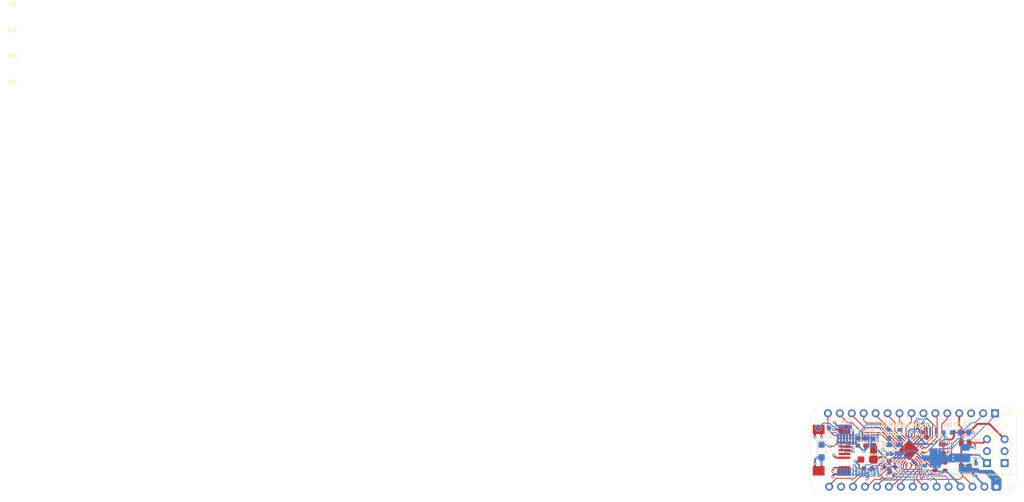
<source format=kicad_pcb>
(kicad_pcb (version 20241229) (generator "pcbnew") (generator_version "9.0")
  (layers (0 "F.Cu" signal) (4 "In1.Cu" signal) (6 "In2.Cu" signal) (2 "B.Cu" signal) (13 "F.Paste" user) (15 "B.Paste" user) (5 "F.SilkS" user "F.Silkscreen") (7 "B.SilkS" user "B.Silkscreen") (1 "F.Mask" user) (3 "B.Mask" user) (25 "Edge.Cuts" user))
  (property "BOARD_NAME" "Arduino Nano from Scratch")
  (property "COMPANY" "sebastiansebs.com")
  (property "DESIGNER" "Sebastian Silva")
  (property "DOC_TYPE" "Fabrication")
  (property "PROJECT_NAME" "Arduino Nano")
  (property "RELEASE_DATE" "6/5/2025")
  (property "REVIEWER" "")
  (property "REVISION" "#1")
  (property "VARIANT" "Final Version")
  (net 0 "")
  (net 1 "GND")
  (net 2 "+5V")
  (net 3 "AREF")
  (net 4 "VCC")
  (net 5 "VBUS")
  (net 6 "RESET")
  (net 7 "Net-(U3-RTS)")
  (net 8 "+3.3V")
  (net 9 "Net-(D1-A)")
  (net 10 "Net-(D2-A)")
  (net 11 "Net-(D4-K)")
  (net 12 "Net-(D5-K)")
  (net 13 "Net-(J1-VBUS)")
  (net 15 "Net-(J1-D-)")
  (net 16 "Net-(J1-D+)")
  (net 17 "A3")
  (net 18 "A1")
  (net 19 "D13{slash}SCK")
  (net 20 "A6")
  (net 21 "A2")
  (net 22 "A5")
  (net 23 "A7")
  (net 24 "A4")
  (net 25 "A0")
  (net 26 "D0{slash}RX")
  (net 27 "D12{slash}MISO")
  (net 28 "D11{slash}MOSI")
  (net 29 "D2")
  (net 30 "D8")
  (net 31 "D1{slash}TX")
  (net 32 "D9")
  (net 33 "D3")
  (net 34 "D4")
  (net 35 "D5")
  (net 36 "D7")
  (net 37 "D10")
  (net 38 "D6")
  (net 39 "RX")
  (net 40 "TX")
  (net 41 "Net-(U3-CBUS0)")
  (net 42 "Net-(U3-CBUS1)")
  (net 43 "XTAL2")
  (net 44 "XTAL1")
  (footprint "Capacitor_SMD:C_0603_1608Metric" (layer "F.Cu") (at 188.251992 97 -135)
    (property "Reference" "C3")
    (property "Value" "1u" (hide yes))
  )
  (footprint "Capacitor_SMD:C_0603_1608Metric" (layer "F.Cu") (at 189.5 98.1 -135)
    (property "Reference" "C4")
    (property "Value" "100n" (hide yes))
  )
  (footprint "Resistor_SMD:R_0603_1608Metric" (layer "F.Cu") (at 203.375 90.2)
    (property "Reference" "R1")
    (property "Value" "1k" (hide yes))
  )
  (footprint "MountingHole:MountingHole_2mm" (layer "F.Cu") (at 2.275 2.275)
    (property "Reference" "H1")
    (property "Value" "1.6mm")
  )
  (footprint "Resistor_SMD:R_0603_1608Metric" (layer "F.Cu") (at 184.25 97.9 180)
    (property "Reference" "R4")
    (property "Value" "1k" (hide yes))
  )
  (footprint "Resistor_SMD:R_0603_1608Metric" (layer "F.Cu") (at 198.5 97.525 -90)
    (property "Reference" "R3")
    (property "Value" "1k" (hide yes))
  )
  (footprint "MountingHole:MountingHole_2mm" (layer "F.Cu") (at 2.275 13.375)
    (property "Reference" "H3")
    (property "Value" "1.6mm")
  )
  (footprint "MountingHole:MountingHole_2mm" (layer "F.Cu") (at 2.275 7.825)
    (property "Reference" "H2")
    (property "Value" "1.6mm")
  )
  (footprint "Diode_SMD:D_MicroSMP_AK" (layer "F.Cu") (at 185.5 92.62 90)
    (property "Reference" "D3")
    (property "Value" "Diode" (hide yes))
  )
  (footprint "Button_Switch_SMD:Panasonic_EVQPUK_EVQPUB" (layer "F.Cu") (at 205 95 90)
    (property "Reference" "SW1")
    (property "Value" "SW_Push")
  )
  (footprint "Capacitor_SMD:C_0603_1608Metric" (layer "F.Cu") (at 183.75 92.225 -90)
    (property "Reference" "C10")
    (property "Value" "100n" (hide yes))
  )
  (footprint "Resistor_SMD:R_0603_1608Metric" (layer "F.Cu") (at 200.7 97.5 -90)
    (property "Reference" "R2")
    (property "Value" "1k" (hide yes))
  )
  (footprint "Connector_PinSocket_2.54mm:PinSocket_1x15_P2.54mm_Vertical" (layer "F.Cu") (at 211.6 101.77 -90)
    (property "Reference" "J2")
    (property "Value" "Conn_01x15_Pin" (hide yes))
  )
  (footprint "MountingHole:MountingHole_2mm" (layer "F.Cu") (at 2.275 18.925)
    (property "Reference" "H4")
    (property "Value" "1.6mm")
  )
  (footprint "Capacitor_Tantalum_SMD:CP_EIA-3216-10_Kemet-I" (layer "F.Cu") (at 184.15 96 180)
    (property "Reference" "C2")
    (property "Value" "4u7_16V" (hide yes))
  )
  (footprint "Connector_PinHeader_2.54mm:PinHeader_1x03_P2.54mm_Vertical" (layer "F.Cu") (at 213.36 96.75 180)
    (property "Reference" "J7")
    (property "Value" "Conn_01x03_Pin" (hide yes))
  )
  (footprint "Connector_PinSocket_2.54mm:PinSocket_1x15_P2.54mm_Vertical" (layer "F.Cu") (at 211.32 86.15 -90)
    (property "Reference" "J4")
    (property "Value" "Conn_01x15_Pin" (hide yes))
  )
  (footprint "Connector_USB:USB_Mini-B_Wuerth_65100516121_Horizontal" (layer "F.Cu") (at 176.7 94 -90)
    (property "Reference" "J1")
    (property "Value" "USB_B_Mini" (hide yes))
  )
  (footprint "Package_DFN_QFN:QFN-32-1EP_5x5mm_P0.5mm_EP3.1x3.1mm" (layer "F.Cu") (at 193 94 -135)
    (property "Reference" "U1")
    (property "Value" "ATmega328P-M" (hide yes))
  )
  (footprint "Capacitor_SMD:C_0603_1608Metric" (layer "F.Cu") (at 196.25 90.75 135)
    (property "Reference" "C1")
    (property "Value" "1u" (hide yes))
  )
  (footprint "Diode_SMD:D_0603_1608Metric" (layer "F.Cu") (at 182.15 92.2375 -90)
    (property "Reference" "F1")
    (property "Value" "0603" (hide yes))
  )
  (footprint "LED_SMD:LED_0805_2012Metric" (layer "F.Cu") (at 200.1 93.7 -90)
    (property "Reference" "D1")
    (property "Value" "Yellow" (hide yes))
  )
  (footprint "Connector_PinHeader_2.54mm:PinHeader_1x03_P2.54mm_Vertical" (layer "F.Cu") (at 209.6 96.75 180)
    (property "Reference" "J6")
    (property "Value" "Conn_01x03_Pin" (hide yes))
  )
  (footprint "Capacitor_SMD:C_0603_1608Metric" (layer "B.Cu") (at 189.4 98.7 -45)
    (property "Reference" "C8")
    (property "Value" "100n" (hide yes))
  )
  (footprint "Resistor_SMD:R_0603_1608Metric" (layer "B.Cu") (at 191 90.5 -90)
    (property "Reference" "R6")
    (property "Value" "1k" (hide yes))
  )
  (footprint "Package_TO_SOT_SMD:SOT-223-3_TabPin2" (layer "B.Cu") (at 201.8 95.7 180)
    (property "Reference" "U2")
    (property "Value" "LM1117MP-5.0" (hide yes))
  )
  (footprint "TestPoint:TestPoint_Pad_D1.0mm" (layer "B.Cu") (at 173.75 89.25 180)
    (property "Reference" "TP2" (hide yes))
    (property "Value" "TestPoint_Small" (hide yes))
  )
  (footprint "TestPoint:TestPoint_Pad_D1.0mm" (layer "B.Cu") (at 176 89.25 180)
    (property "Reference" "TP1" (hide yes))
    (property "Value" "TestPoint_Small" (hide yes))
  )
  (footprint "LED_SMD:LED_0805_2012Metric" (layer "B.Cu") (at 204.75 90.25 180)
    (property "Reference" "D2")
    (property "Value" "Green" (hide yes))
  )
  (footprint "Resistor_SMD:R_0603_1608Metric" (layer "B.Cu") (at 188.75 90.5 -90)
    (property "Reference" "R7")
    (property "Value" "1k" (hide yes))
  )
  (footprint "LED_SMD:LED_0805_2012Metric" (layer "B.Cu") (at 191 93.8 -90)
    (property "Reference" "D4")
    (property "Value" "Red" (hide yes))
  )
  (footprint "Capacitor_Tantalum_SMD:CP_EIA-3216-10_Kemet-I" (layer "B.Cu") (at 174.4 94.2 -90)
    (property "Reference" "C7")
    (property "Value" "4u7_16V" (hide yes))
  )
  (footprint "Package_SO:SSOP-28_5.3x10.2mm_P0.65mm" (layer "B.Cu") (at 182.1 95 90)
    (property "Reference" "U3")
    (property "Value" "FT232RL" (hide yes))
  )
  (footprint "Capacitor_SMD:C_0603_1608Metric" (layer "B.Cu") (at 196.4 96.5 -90)
    (property "Reference" "C6")
    (property "Value" "1u" (hide yes))
  )
  (footprint "Resistor_SMD:R_0603_1608Metric" (layer "B.Cu") (at 201.25 90.25)
    (property "Reference" "R5")
    (property "Value" "1k" (hide yes))
  )
  (footprint "Capacitor_SMD:C_0603_1608Metric" (layer "B.Cu") (at 179.7 89)
    (property "Reference" "C9")
    (property "Value" "100n")
  )
  (footprint "Capacitor_SMD:C_0603_1608Metric" (layer "B.Cu") (at 207.2 97.6 90)
    (property "Reference" "C5")
    (property "Value" "1u" (hide yes))
  )
  (footprint "Crystal:Resonator_SMD_Murata_CSTxExxV-3Pin_3.0x1.1mm" (layer "B.Cu") (at 197.5 90.225)
    (property "Reference" "Y1")
    (property "Value" "16MHz")
  )
  (footprint "LED_SMD:LED_0805_2012Metric" (layer "B.Cu") (at 188.75 93.812499 -90)
    (property "Reference" "D5")
    (property "Value" "Green" (hide yes))
  )
  (gr_line (start 213.3 103.2) (end 174.7 103.2) (stroke (width 0.05)) (layer "Edge.Cuts"))
  (gr_arc (start 174.7 103.2) (mid 172.790812 102.409188) (end 172 100.5) (stroke (width 0.05)) (layer "Edge.Cuts"))
  (gr_arc (start 215.990812 100.5) (mid 215.2 102.409188) (end 213.290812 103.2) (stroke (width 0.05)) (layer "Edge.Cuts"))
  (gr_line (start 213.5 84.8) (end 174.525 84.8) (stroke (width 0.05)) (layer "Edge.Cuts"))
  (gr_line (start 172 87.5) (end 172 87.3) (stroke (width 0.05)) (layer "Edge.Cuts"))
  (gr_line (start 216 100.5) (end 216 87.5) (stroke (width 0.05)) (layer "Edge.Cuts"))
  (gr_line (start 172 87.5) (end 172 100.5) (stroke (width 0.05)) (layer "Edge.Cuts"))
  (gr_arc (start 172 87.3) (mid 172.740439 85.522762) (end 174.524998 84.800147) (stroke (width 0.05)) (layer "Edge.Cuts"))
  (gr_arc (start 213.5 84.8) (mid 215.267767 85.532233) (end 216 87.3) (stroke (width 0.05)) (layer "Edge.Cuts"))
  (gr_line (start 216 87.3) (end 216 87.5) (stroke (width 0.05)) (layer "Edge.Cuts"))
  (gr_text "D5" (at 193.3 88 0) (layer "F.SilkS") (effects (font (size 0.35 0.35) (thickness 0.075)) (justify left bottom)))
  (gr_text "D7\n" (at 188.2 88 0) (layer "F.SilkS") (effects (font (size 0.35 0.35) (thickness 0.075)) (justify left bottom)))
  (gr_text "GND\n" (at 205.8 88 0) (layer "F.SilkS") (effects (font (size 0.35 0.35) (thickness 0.075)) (justify left bottom)))
  (gr_text "D2" (at 200.9 88 0) (layer "F.SilkS") (effects (font (size 0.35 0.35) (thickness 0.075)) (justify left bottom)))
  (gr_text "D1/TX\n" (at 210.7 88 0) (layer "F.SilkS") (effects (font (size 0.35 0.35) (thickness 0.075)) (justify left bottom)))
  (gr_text "D10\n" (at 180.5 88 0) (layer "F.SilkS") (effects (font (size 0.35 0.35) (thickness 0.075)) (justify left bottom)))
  (gr_text "RESET" (at 205.9 100.3 0) (layer "F.SilkS") (effects (font (size 0.35 0.35) (thickness 0.075)) (justify left bottom)))
  (gr_text "AREF" (at 181.2 100.3 0) (layer "F.SilkS") (effects (font (size 0.35 0.35) (thickness 0.075)) (justify left bottom)))
  (gr_text "A3" (at 191 100.3 0) (layer "F.SilkS") (effects (font (size 0.35 0.35) (thickness 0.075)) (justify left bottom)))
  (gr_text "D8\n" (at 185.7 88 0) (layer "F.SilkS") (effects (font (size 0.35 0.35) (thickness 0.075)) (justify left bottom)))
  (gr_text "D12/MISO" (at 174.8 88 0) (layer "F.SilkS") (effects (font (size 0.35 0.35) (thickness 0.075)) (justify left bottom)))
  (gr_text "VCC" (at 211.2 100.3 0) (layer "F.SilkS") (effects (font (size 0.35 0.35) (thickness 0.075)) (justify left bottom)))
  (gr_text "D6\n" (at 190.7 88 0) (layer "F.SilkS") (effects (font (size 0.35 0.35) (thickness 0.075)) (justify left bottom)))
  (gr_text "A5" (at 196.1 100.3 0) (layer "F.SilkS") (effects (font (size 0.35 0.35) (thickness 0.075)) (justify left bottom)))
  (gr_text "A0" (at 183.4 100.3 0) (layer "F.SilkS") (effects (font (size 0.35 0.35) (thickness 0.075)) (justify left bottom)))
  (gr_text "A1" (at 186 100.3 0) (layer "F.SilkS") (effects (font (size 0.35 0.35) (thickness 0.075)) (justify left bottom)))
  (gr_text "3.3V\n" (at 178.1 100.3 0) (layer "F.SilkS") (effects (font (size 0.35 0.35) (thickness 0.075)) (justify left bottom)))
  (gr_text "Arduino Nano\nClone" (at 186.9 91 0) (layer "F.SilkS") (effects (font (size 1 1) (thickness 0.2) (bold yes) (italic yes)) (justify left bottom)))
  (gr_text "A2" (at 188.5 100.3 0) (layer "F.SilkS") (effects (font (size 0.35 0.35) (thickness 0.075)) (justify left bottom)))
  (gr_text "D11/MOSI\n" (at 177.5 88 0) (layer "F.SilkS") (effects (font (size 0.35 0.35) (thickness 0.075)) (justify left bottom)))
  (gr_text "D4" (at 196.5 88 0) (layer "F.SilkS") (effects (font (size 0.35 0.35) (thickness 0.075)) (justify left bottom)))
  (gr_text "sebastiansebs.com" (at 211.4 99.5 0) (layer "F.SilkS") (effects (font (size 0.5 0.5) (thickness 0.1) (bold yes) (italic yes)) (justify bottom)))
  (gr_text "D9" (at 183.1 88 0) (layer "F.SilkS") (effects (font (size 0.35 0.35) (thickness 0.075)) (justify left bottom)))
  (gr_text "A4" (at 193.5 100.3 0) (layer "F.SilkS") (effects (font (size 0.35 0.35) (thickness 0.075)) (justify left bottom)))
  (gr_text "A6" (at 198.6 100.3 0) (layer "F.SilkS") (effects (font (size 0.35 0.35) (thickness 0.075)) (justify left bottom)))
  (gr_text "D0/RX\n" (at 208.1 88 0) (layer "F.SilkS") (effects (font (size 0.35 0.35) (thickness 0.075)) (justify left bottom)))
  (gr_text "A7" (at 201.2 100.3 0) (layer "F.SilkS") (effects (font (size 0.35 0.35) (thickness 0.075)) (justify left bottom)))
  (gr_text "+5.0V\n" (at 203.4 100.3 0) (layer "F.SilkS") (effects (font (size 0.35 0.35) (thickness 0.075)) (justify left bottom)))
  (gr_text "D13/SCK\n" (at 175.3 100.3 0) (layer "F.SilkS") (effects (font (size 0.35 0.35) (thickness 0.075)) (justify left bottom)))
  (gr_text "D3" (at 198.3 88 0) (layer "F.SilkS") (effects (font (size 0.35 0.35) (thickness 0.075)) (justify left bottom)))
  (gr_text "GND" (at 208.7 100.3 0) (layer "F.SilkS") (effects (font (size 0.35 0.35) (thickness 0.075)) (justify left bottom)))
  (gr_text "RESET" (at 203.1 88 0) (layer "F.SilkS") (effects (font (size 0.35 0.35) (thickness 0.075)) (justify left bottom)))
  (segment (start 183.4 94.2) (end 183.7 93.9) (width 0.4) (layer "F.Cu") (net 1))
  (segment (start 193 93.646447) (end 194.546796 92.099651) (width 0.2) (layer "F.Cu") (net 1))
  (segment (start 176.799998 98.5) (end 176.8 98.499998) (width 0.4) (layer "F.Cu") (net 1))
  (segment (start 205.85 92.425) (end 208.845001 92.425) (width 0.4) (layer "F.Cu") (net 1))
  (segment (start 195.701992 90.201992) (end 195.701992 90.798008) (width 0.4) (layer "F.Cu") (net 1))
  (segment (start 187.100446 98.400446) (end 187.100446 98.151546) (width 0.4) (layer "F.Cu") (net 1))
  (segment (start 173 96.9) (end 173 97.725) (width 0.4) (layer "F.Cu") (net 1))
  (segment (start 190.770642 96.582911) (end 191.453204 95.900349) (width 0.2) (layer "F.Cu") (net 1))
  (segment (start 195 91.5) (end 195 91.646447) (width 0.2) (layer "F.Cu") (net 1))
  (segment (start 177 95.1) (end 177.5 95.6) (width 0.4) (layer "F.Cu") (net 1))
  (segment (start 183.7 93.9) (end 183.7 93.05) (width 0.4) (layer "F.Cu") (net 1))
  (segment (start 176.8 98.499998) (end 176.8 98.1) (width 0.4) (layer "F.Cu") (net 1))
  (segment (start 195.701992 90.798008) (end 195.5 91) (width 0.4) (layer "F.Cu") (net 1))
  (segment (start 187.100446 98.151546) (end 187.703984 97.548008) (width 0.4) (layer "F.Cu") (net 1))
  (segment (start 191.453204 95.900349) (end 193 94.353553) (width 0.2) (layer "F.Cu") (net 1))
  (segment (start 195.5 91) (end 195 91.5) (width 0.2) (layer "F.Cu") (net 1))
  (segment (start 182.4 96.4) (end 182.8 96) (width 0.4) (layer "F.Cu") (net 1))
  (segment (start 205.85 98.55) (end 205.85 97.575) (width 0.4) (layer "F.Cu") (net 1))
  (segment (start 195.253903 92.806757) (end 194.06066 94) (width 0.2) (layer "F.Cu") (net 1))
  (segment (start 195 91.646447) (end 194.546796 92.099651) (width 0.2) (layer "F.Cu") (net 1))
  (segment (start 177.1 99.1) (end 178.475 99.1) (width 0.4) (layer "F.Cu") (net 1))
  (segment (start 174.4 97.675) (end 173.675 98.4) (width 0.4) (layer "F.Cu") (net 1))
  (segment (start 176.8 99.7) (end 176.8 99.4) (width 0.4) (layer "F.Cu") (net 1))
  (segment (start 190.770642 96.907176) (end 190.770642 96.582911) (width 0.2) (layer "F.Cu") (net 1))
  (segment (start 207 92.8) (end 207 93.4) (width 0.4) (layer "F.Cu") (net 1))
  (segment (start 176.8 98.1) (end 177.1 97.8) (width 0.4) (layer "F.Cu") (net 1))
  (segment (start 176.8 99.4) (end 177.1 99.1) (width 0.4) (layer "F.Cu") (net 1))
  (segment (start 206.625 92.425) (end 207 92.8) (width 0.4) (layer "F.Cu") (net 1))
  (segment (start 195.253903 92.806757) (end 195.260343 92.806757) (width 0.2) (layer "F.Cu") (net 1))
  (segment (start 206.4 98.7) (end 206 98.7) (width 0.4) (layer "F.Cu") (net 1))
  (segment (start 177.5 95.6) (end 179.175 95.6) (width 0.4) (layer "F.Cu") (net 1))
  (segment (start 183.7 93.05) (end 183.75 93) (width 0.4) (layer "F.Cu") (net 1))
  (segment (start 205.85 92.425) (end 206.625 92.425) (width 0.4) (layer "F.Cu") (net 1))
  (segment (start 201.1 92.8) (end 200.137501 92.8) (width 0.4) (layer "F.Cu") (net 1))
  (segment (start 206.804527 99.395473) (end 206.804527 99.104527) (width 0.4) (layer "F.Cu") (net 1))
  (segment (start 181.6 96.4) (end 182.4 96.4) (width 0.4) (layer "F.Cu") (net 1))
  (segment (start 178.575 97.8) (end 179.175 98.4) (width 0.4) (layer "F.Cu") (net 1))
  (segment (start 174.4 91.2) (end 174.4 90.375) (width 0.4) (layer "F.Cu") (net 1))
  (segment (start 177 89.6) (end 179.175 89.6) (width 0.4) (layer "F.Cu") (net 1))
  (segment (start 208.845001 92.425) (end 209.6 91.670001) (width 0.4) (layer "F.Cu") (net 1))
  (segment (start 194.9 89.4) (end 195.701992 90.201992) (width 0.4) (layer "F.Cu") (net 1))
  (segment (start 193 94.353553) (end 193 94) (width 0.2) (layer "F.Cu") (net 1))
  (segment (start 193 94) (end 193 93.646447) (width 0.2) (layer "F.Cu") (net 1))
  (segment (start 178.475 99.1) (end 179.175 98.4) (width 0.4) (layer "F.Cu") (net 1))
  (segment (start 206.804527 99.104527) (end 206.4 98.7) (width 0.4) (layer "F.Cu") (net 1))
  (segment (start 194.9 88.2) (end 194.9 89.4) (width 0.4) (layer "F.Cu") (net 1))
  (segment (start 190.776612 96.913146) (end 190.770642 96.907176) (width 0.2) (layer "F.Cu") (net 1))
  (segment (start 201.4 92.5) (end 201.1 92.8) (width 0.4) (layer "F.Cu") (net 1))
  (segment (start 194.06066 94) (end 193 94) (width 0.2) (layer "F.Cu") (net 1))
  (segment (start 206.8 99.4) (end 206.804527 99.395473) (width 0.4) (layer "F.Cu") (net 1))
  (segment (start 174.4 96.9) (end 174.4 97.675) (width 0.4) (layer "F.Cu") (net 1))
  (segment (start 190.847134 96.913146) (end 190.776612 96.913146) (width 0.2) (layer "F.Cu") (net 1))
  (segment (start 206 98.7) (end 205.85 98.55) (width 0.4) (layer "F.Cu") (net 1))
  (segment (start 173.000001 91.2) (end 173 90.425) (width 0.4) (layer "F.Cu") (net 1))
  (segment (start 188.3 99.2) (end 188.9 98.6) (width 0.4) (layer "F.Cu") (net 1))
  (segment (start 177.1 97.8) (end 178.575 97.8) (width 0.4) (layer "F.Cu") (net 1))
  (segment (start 200.137501 92.8) (end 200.1 92.762499) (width 0.4) (layer "F.Cu") (net 1))
  (via (at 206.8 99.4) (size 0.6) (drill 0.3) (layers "F.Cu" "B.Cu") (net 1))
  (via (at 188.3 99.2) (size 0.6) (drill 0.3) (layers "F.Cu" "B.Cu") (net 1))
  (via (at 176.799998 98.5) (size 0.6) (drill 0.3) (layers "F.Cu" "B.Cu") (net 1))
  (via (at 174.4 96.9) (size 0.6) (drill 0.3) (layers "F.Cu" "B.Cu") (net 1))
  (via (at 183.4 94.2) (size 0.6) (drill 0.3) (layers "F.Cu" "B.Cu") (net 1))
  (via (at 197 88.499) (size 0.6) (drill 0.3) (layers "F.Cu" "B.Cu") (net 1))
  (via (at 187.100446 98.400446) (size 0.6) (drill 0.3) (layers "F.Cu" "B.Cu") (net 1))
  (via (at 173 96.9) (size 0.6) (drill 0.3) (layers "F.Cu" "B.Cu") (net 1))
  (via (at 190.847134 96.913146) (size 0.5) (drill 0.3) (layers "F.Cu" "B.Cu") (net 1))
  (via (at 177 95.1) (size 0.6) (drill 0.3) (layers "F.Cu" "B.Cu") (net 1))
  (via (at 173.000001 91.2) (size 0.6) (drill 0.3) (layers "F.Cu" "B.Cu") (net 1))
  (via (at 207.2 95.8) (size 0.6) (drill 0.3) (layers "F.Cu" "B.Cu") (net 1))
  (via (at 174.4 91.2) (size 0.6) (drill 0.3) (layers "F.Cu" "B.Cu") (net 1))
  (via (at 206.7 90.3) (size 0.6) (drill 0.3) (layers "F.Cu" "B.Cu") (net 1))
  (via (at 207 93.4) (size 0.6) (drill 0.3) (layers "F.Cu" "B.Cu") (net 1))
  (via (at 177 89.6) (size 0.6) (drill 0.3) (layers "F.Cu" "B.Cu") (net 1))
  (via (at 181.6 96.4) (size 0.6) (drill 0.3) (layers "F.Cu" "B.Cu") (net 1))
  (via (at 201.4 92.5) (size 0.6) (drill 0.3) (layers "F.Cu" "B.Cu") (net 1))
  (via (at 194.9 88.2) (size 0.6) (drill 0.3) (layers "F.Cu" "B.Cu") (net 1))
  (via (at 176.8 99.7) (size 0.6) (drill 0.3) (layers "F.Cu" "B.Cu") (net 1))
  (segment (start 182.3 93.1) (end 181.775 92.575) (width 0.4) (layer "B.Cu") (net 1))
  (segment (start 194.925058 97.275) (end 196.4 97.275) (width 0.4) (layer "B.Cu") (net 1))
  (segment (start 181.775 92.575) (end 181.775 91.4) (width 0.4) (layer "B.Cu") (net 1))
  (segment (start 184.2 93.4) (end 185.025 92.575) (width 0.4) (layer "B.Cu") (net 1))
  (segment (start 197 88.6) (end 197.5 89.1) (width 0.4) (layer "B.Cu") (net 1))
  (segment (start 188.395315 96.013883) (end 189.168642 96.013883) (width 0.4) (layer "B.Cu") (net 1))
  (segment (start 205.687501 90.25) (end 206.65 90.25) (width 0.4) (layer "B.Cu") (net 1))
  (segment (start 183.4 94.2) (end 182.3 93.1) (width 0.4) (layer "B.Cu") (net 1))
  (segment (start 207.2 96.825) (end 207.2 95.8) (width 0.4) (layer "B.Cu") (net 1))
  (segment (start 207.37 99.43) (end 207.37 99.8) (width 0.4) (layer "B.Cu") (net 1))
  (segment (start 184.375 91.4) (end 184.375 93.225) (width 0.4) (layer "B.Cu") (net 1))
  (segment (start 207.37 99.8) (end 209.07 101.5) (width 0.4) (layer "B.Cu") (net 1))
  (segment (start 190.847134 96.913146) (end 190.765361 96.994919) (width 0.2) (layer "B.Cu") (net 1))
  (segment (start 190.723314 96.994919) (end 190.698026 97.020207) (width 0.2) (layer "B.Cu") (net 1))
  (segment (start 180.475 89) (end 179.825 89.65) (width 0.4) (layer "B.Cu") (net 1))
  (segment (start 184.2 93.4) (end 183.4 94.2) (width 0.4) (layer "B.Cu") (net 1))
  (segment (start 179.825 91.4) (end 179.825 92.675) (width 0.4) (layer "B.Cu") (net 1))
  (segment (start 174.4 96.9) (end 174.4 95.55) (width 0.4) (layer "B.Cu") (net 1))
  (segment (start 193.282595 95.632537) (end 194.925058 97.275) (width 0.4) (layer "B.Cu") (net 1))
  (segment (start 173 96) (end 173.45 95.55) (width 0.4) (layer "B.Cu") (net 1))
  (segment (start 196.325 97.2) (end 196.4 97.275) (width 0.4) (layer "B.Cu") (net 1))
  (segment (start 185.025 92.575) (end 185.025 91.4) (width 0.4) (layer "B.Cu") (net 1))
  (segment (start 179.825 92.675) (end 181.875 92.675) (width 0.4) (layer "B.Cu") (net 1))
  (segment (start 207.34 99.4) (end 207.37 99.43) (width 0.4) (layer "B.Cu") (net 1))
  (segment (start 206.8 99.4) (end 207.34 99.4) (width 0.4) (layer "B.Cu") (net 1))
  (segment (start 206.65 90.25) (end 206.7 90.3) (width 0.4) (layer "B.Cu") (net 1))
  (segment (start 190.765361 96.994919) (end 190.723314 96.994919) (width 0.2) (layer "B.Cu") (net 1))
  (segment (start 173 96.9) (end 173 96) (width 0.4) (layer "B.Cu") (net 1))
  (segment (start 173.45 95.55) (end 174.4 95.55) (width 0.4) (layer "B.Cu") (net 1))
  (segment (start 189.549988 95.632537) (end 193.282595 95.632537) (width 0.4) (layer "B.Cu") (net 1))
  (segment (start 181.6 96.4) (end 182.425 97.225) (width 0.4) (layer "B.Cu") (net 1))
  (segment (start 189.168642 96.013883) (end 189.549988 95.632537) (width 0.4) (layer "B.Cu") (net 1))
  (segment (start 179.825 89.65) (end 179.825 91.4) (width 0.4) (layer "B.Cu") (net 1))
  (segment (start 184.375 93.225) (end 184.2 93.4) (width 0.4) (layer "B.Cu") (net 1))
  (segment (start 197 88.499) (end 197 88.6) (width 0.4) (layer "B.Cu") (net 1))
  (segment (start 185.606432 93.225) (end 188.395315 96.013883) (width 0.4) (layer "B.Cu") (net 1))
  (segment (start 204.95 93.4) (end 207 93.4) (width 0.4) (layer "B.Cu") (net 1))
  (segment (start 182.425 97.225) (end 182.425 98.6) (width 0.4) (layer "B.Cu") (net 1))
  (segment (start 197.5 89.1) (end 197.5 90.225) (width 0.4) (layer "B.Cu") (net 1))
  (segment (start 181.875 92.675) (end 182.3 93.1) (width 0.4) (layer "B.Cu") (net 1))
  (segment (start 184.375 93.225) (end 185.606432 93.225) (width 0.4) (layer "B.Cu") (net 1))
  (segment (start 194.889117 90.697266) (end 194.75 90.836383) (width 0.2) (layer "F.Cu") (net 2))
  (segment (start 196.846016 91.25) (end 196.25 91.25) (width 0.4) (layer "F.Cu") (net 2))
  (segment (start 186.8 95.5) (end 186.3 96) (width 0.4) (layer "F.Cu") (net 2))
  (segment (start 188.8 96.451992) (end 190.392544 94.859448) (width 0.2) (layer "F.Cu") (net 2))
  (segment (start 186.3 96) (end 185.5 96) (width 0.4) (layer "F.Cu") (net 2))
  (segment (start 202.05 91.75) (end 202.55 91.25) (width 0.4) (layer "F.Cu") (net 2))
  (segment (start 200.9 91.45) (end 201.2 91.75) (width 0.4) (layer "F.Cu") (net 2))
  (segment (start 196.1 88.590364) (end 196.1 88.008038) (width 0.4) (layer "F.Cu") (net 2))
  (segment (start 194.75 90.836383) (end 194.75 91.1829) (width 0.2) (layer "F.Cu") (net 2))
  (segment (start 196.798008 89.288372) (end 196.1 88.590364) (width 0.4) (layer "F.Cu") (net 2))
  (segment (start 196.048008 91.451992) (end 195.548008 91.951992) (width 0.2) (layer "F.Cu") (net 2))
  (segment (start 202.55 91.25) (end 202.55 90.2) (width 0.4) (layer "F.Cu") (net 2))
  (segment (start 187.848008 95.5) (end 186.8 95.5) (width 0.4) (layer "F.Cu") (net 2))
  (segment (start 196.798008 91.298008) (end 196.798008 89.288372) (width 0.4) (layer "F.Cu") (net 2))
  (segment (start 194.75 91.1829) (end 194.193243 91.739657) (width 0.2) (layer "F.Cu") (net 2))
  (segment (start 201.2 91.75) (end 202.05 91.75) (width 0.4) (layer "F.Cu") (net 2))
  (segment (start 196.25 91.25) (end 196.048008 91.451992) (width 0.4) (layer "F.Cu") (net 2))
  (segment (start 190.392544 94.859448) (end 190.392544 94.839689) (width 0.2) (layer "F.Cu") (net 2))
  (segment (start 194.193243 91.739657) (end 194.193243 91.746097) (width 0.2) (layer "F.Cu") (net 2))
  (segment (start 195.548008 91.951992) (end 195.401561 91.951992) (width 0.2) (layer "F.Cu") (net 2))
  (segment (start 188.8 96.451992) (end 187.848008 95.5) (width 0.4) (layer "F.Cu") (net 2))
  (segment (start 195.401561 91.951992) (end 194.948356 92.405196) (width 0.2) (layer "F.Cu") (net 2))
  (via (at 185.9 94.9) (size 0.6) (drill 0.3) (layers "F.Cu" "B.Cu") (net 2))
  (via (at 200.9 91.45) (size 0.6) (drill 0.3) (layers "F.Cu" "B.Cu") (net 2))
  (via (at 184.099997 100.1) (size 0.6) (drill 0.3) (layers "F.Cu" "B.Cu") (net 2))
  (via (at 202.4 95.3) (size 0.6) (drill 0.3) (layers "F.Cu" "B.Cu") (net 2))
  (via (at 181.063971 89.878748) (size 0.6) (drill 0.3) (layers "F.Cu" "B.Cu") (net 2))
  (via (at 194.889117 90.697266) (size 0.5) (drill 0.3) (layers "F.Cu" "B.Cu") (net 2))
  (via (at 202.4 96) (size 0.6) (drill 0.3) (layers "F.Cu" "B.Cu") (net 2))
  (via (at 185.1 94.9) (size 0.6) (drill 0.3) (layers "F.Cu" "B.Cu") (net 2))
  (via (at 196.1 88.008038) (size 0.6) (drill 0.3) (layers "F.Cu" "B.Cu") (net 2))
  (segment (start 203.99 101.5) (end 201.09 98.6) (width 0.4) (layer "B.Cu") (net 2))
  (segment (start 198.4 92.7) (end 199.1 92) (width 0.4) (layer "B.Cu") (net 2))
  (segment (start 200.9 91.45) (end 200.35 92) (width 0.4) (layer "B.Cu") (net 2))
  (segment (start 209.65 96.75) (end 207.9 95) (width 0.4) (layer "B.Cu") (net 2))
  (segment (start 199.4 98.6) (end 198.65 97.85) (width 0.4) (layer "B.Cu") (net 2))
  (segment (start 181.063971 89.878748) (end 181.125 89.939777) (width 0.4) (layer "B.Cu") (net 2))
  (segment (start 194.852734 90.697266) (end 194.8 90.75) (width 0.4) (layer "B.Cu") (net 2))
  (segment (start 195.6 91.7) (end 196.6 92.7) (width 0.4) (layer "B.Cu") (net 2))
  (segment (start 205.2 95) (end 204.5 95.7) (width 0.4) (layer "B.Cu") (net 2))
  (segment (start 195.725 95.725) (end 194.1 94.1) (width 0.4) (layer "B.Cu") (net 2))
  (segment (start 192.899 91.699) (end 192.899 90.009636) (width 0.4) (layer "B.Cu") (net 2))
  (segment (start 190.987501 94.75) (end 191 94.737501) (width 0.4) (layer "B.Cu") (net 2))
  (segment (start 184.099997 100.1) (end 184.164184 100.1) (width 0.2) (layer "B.Cu") (net 2))
  (segment (start 184.164184 100.1) (end 184.192895 100.071289) (width 0.2) (layer "B.Cu") (net 2))
  (segment (start 184.375 99.633636) (end 184.099997 99.908639) (width 0.4) (layer "B.Cu") (net 2))
  (segment (start 201.09 98.6) (end 199.4 98.6) (width 0.4) (layer "B.Cu") (net 2))
  (segment (start 194.1 94.1) (end 192.7 94.1) (width 0.4) (layer "B.Cu") (net 2))
  (segment (start 196.6 92.7) (end 198.4 92.7) (width 0.4) (layer "B.Cu") (net 2))
  (segment (start 192.7 94.1) (end 192.062499 94.737501) (width 0.4) (layer "B.Cu") (net 2))
  (segment (start 184.375 98.6) (end 184.375 99.633636) (width 0.4) (layer "B.Cu") (net 2))
  (segment (start 184.099997 99.908639) (end 184.099997 100.1) (width 0.4) (layer "B.Cu") (net 2))
  (segment (start 194.8 90.9) (end 195.6 91.7) (width 0.4) (layer "B.Cu") (net 2))
  (segment (start 181.063971 89.878748) (end 181.021252 89.878748) (width 0.4) (layer "B.Cu") (net 2))
  (segment (start 209.6 96.75) (end 209.65 96.75) (width 0.4) (layer "B.Cu") (net 2))
  (segment (start 194.492364 89.599) (end 196.083326 88.008038) (width 0.4) (layer "B.Cu") (net 2))
  (segment (start 196.083326 88.008038) (end 196.1 88.008038) (width 0.4) (layer "B.Cu") (net 2))
  (segment (start 196.6 92.7) (end 193.9 92.7) (width 0.4) (layer "B.Cu") (net 2))
  (segment (start 200.35 92) (end 200.35 94) (width 0.4) (layer "B.Cu") (net 2))
  (segment (start 194.8 90.75) (end 194.8 90.9) (width 0.4) (layer "B.Cu") (net 2))
  (segment (start 193.9 92.7) (end 192.899 91.699) (width 0.4) (layer "B.Cu") (net 2))
  (segment (start 198.65 97.85) (end 198.65 95.7) (width 0.4) (layer "B.Cu") (net 2))
  (segment (start 200.35 94) (end 198.65 95.7) (width 0.4) (layer "B.Cu") (net 2))
  (segment (start 192.062499 94.737501) (end 191 94.737501) (width 0.4) (layer "B.Cu") (net 2))
  (segment (start 193.309636 89.599) (end 194.492364 89.599) (width 0.4) (layer "B.Cu") (net 2))
  (segment (start 196.4 95.725) (end 195.725 95.725) (width 0.4) (layer "B.Cu") (net 2))
  (segment (start 200.9 91.45) (end 200.425 90.975) (width 0.4) (layer "B.Cu") (net 2))
  (segment (start 199.1 92) (end 200.35 92) (width 0.4) (layer "B.Cu") (net 2))
  (segment (start 188.75 94.75) (end 190.987501 94.75) (width 0.4) (layer "B.Cu") (net 2))
  (segment (start 207.9 95) (end 205.2 95) (width 0.4) (layer "B.Cu") (net 2))
  (segment (start 200.425 90.975) (end 200.425 90.25) (width 0.4) (layer "B.Cu") (net 2))
  (segment (start 194.889117 90.697266) (end 194.852734 90.697266) (width 0.4) (layer "B.Cu") (net 2))
  (segment (start 192.899 90.009636) (end 193.309636 89.599) (width 0.4) (layer "B.Cu") (net 2))
  (segment (start 181.125 89.939777) (end 181.125 91.4) (width 0.4) (layer "B.Cu") (net 2))
  (segment (start 181.13 101.12) (end 182.75 99.5) (width 0.2) (layer "F.Cu") (net 3))
  (segment (start 188.79743 97.551992) (end 186.849422 99.5) (width 0.2) (layer "F.Cu") (net 3))
  (segment (start 190.369642 96.253582) (end 191.076428 95.546796) (width 0.2) (layer "F.Cu") (net 3))
  (segment (start 181.13 101.5) (end 181.13 101.12) (width 0.2) (layer "F.Cu") (net 3))
  (segment (start 190.048008 97.551992) (end 188.79743 97.551992) (width 0.2) (layer "F.Cu") (net 3))
  (segment (start 190.369642 96.530358) (end 190.048008 96.851992) (width 0.2) (layer "F.Cu") (net 3))
  (segment (start 182.75 99.5) (end 184.25 99.5) (width 0.2) (layer "F.Cu") (net 3))
  (segment (start 190.048008 96.851992) (end 190.048008 97.551992) (width 0.2) (layer "F.Cu") (net 3))
  (segment (start 191.076428 95.546796) (end 191.099651 95.546796) (width 0.2) (layer "F.Cu") (net 3))
  (segment (start 190.369642 96.253582) (end 190.369642 96.530358) (width 0.2) (layer "F.Cu") (net 3))
  (segment (start 186.849422 99.5) (end 184.25 99.5) (width 0.2) (layer "F.Cu") (net 3))
  (segment (start 178.2 91.449999) (end 182.15 91.449999) (width 0.2) (layer "F.Cu") (net 5))
  (segment (start 177.6865 92.5135) (end 177.6865 91.963499) (width 0.2) (layer "F.Cu") (net 5))
  (segment (start 177 93.2) (end 177.6865 92.5135) (width 0.2) (layer "F.Cu") (net 5))
  (segment (start 182.15 91.449999) (end 183.75 91.45) (width 0.4) (layer "F.Cu") (net 5))
  (segment (start 177.6865 91.963499) (end 178.2 91.449999) (width 0.2) (layer "F.Cu") (net 5))
  (segment (start 185.35 91.45) (end 185.5 91.6) (width 0.4) (layer "F.Cu") (net 5))
  (segment (start 176.3 93.2) (end 177 93.2) (width 0.2) (layer "F.Cu") (net 5))
  (segment (start 183.75 91.45) (end 185.35 91.45) (width 0.4) (layer "F.Cu") (net 5))
  (via (at 176.3 93.2) (size 0.6) (drill 0.3) (layers "F.Cu" "B.Cu") (net 5))
  (segment (start 174.4 92.85) (end 174.75 92.85) (width 0.2) (layer "B.Cu") (net 5))
  (segment (start 176.3 93.2) (end 175.8 93.2) (width 0.2) (layer "B.Cu") (net 5))
  (segment (start 175.8 93.2) (end 175.45 92.85) (width 0.2) (layer "B.Cu") (net 5))
  (segment (start 175.45 92.85) (end 174.4 92.85) (width 0.2) (layer "B.Cu") (net 5))
  (segment (start 174.8 92.8) (end 174.75 92.85) (width 0.2) (layer "B.Cu") (net 5))
  (segment (start 204.53 99.5) (end 204.15 99.12) (width 0.2) (layer "F.Cu") (net 6))
  (segment (start 195.7 96.486453) (end 195.7 96.346447) (width 0.2) (layer "F.Cu") (net 6))
  (segment (start 195.4 99.2671) (end 195.703 98.9641) (width 0.2) (layer "F.Cu") (net 6))
  (segment (start 203.83 100.2) (end 204.53 99.5) (width 0.2) (layer "F.Cu") (net 6))
  (segment (start 195.8 100.2) (end 195.4 99.8) (width 0.2) (layer "F.Cu") (net 6))
  (segment (start 204.2 90.2) (end 205.8 90.2) (width 0.4) (layer "F.Cu") (net 6))
  (segment (start 210.089999 88.4) (end 213.36 91.670001) (width 0.4) (layer "F.Cu") (net 6))
  (segment (start 204.15 90.25) (end 204.2 90.2) (width 0.4) (layer "F.Cu") (net 6))
  (segment (start 204.53 99.5) (end 206.53 101.5) (width 0.2) (layer "F.Cu") (net 6))
  (segment (start 195.701 96.487453) (end 195.7 96.486453) (width 0.2) (layer "F.Cu") (net 6))
  (segment (start 207.6 88.4) (end 210.089999 88.4) (width 0.4) (layer "F.Cu") (net 6))
  (segment (start 195.703 96.62946) (end 195.701 96.62746) (width 0.2) (layer "F.Cu") (net 6))
  (segment (start 203.7 88.7) (end 204.2 89.2) (width 0.4) (layer "F.Cu") (net 6))
  (segment (start 203.7 86.5) (end 203.7 88.7) (width 0.4) (layer "F.Cu") (net 6))
  (segment (start 204.2 89.2) (end 204.2 90.2) (width 0.4) (layer "F.Cu") (net 6))
  (segment (start 195.703 98.9641) (end 195.703 96.62946) (width 0.2) (layer "F.Cu") (net 6))
  (segment (start 195.4 99.8) (end 195.4 99.2671) (width 0.2) (layer "F.Cu") (net 6))
  (segment (start 204.15 99.12) (end 204.15 97.575) (width 0.2) (layer "F.Cu") (net 6))
  (segment (start 195.7 96.346447) (end 194.900349 95.546796) (width 0.2) (layer "F.Cu") (net 6))
  (segment (start 195.701 96.62746) (end 195.701 96.487453) (width 0.2) (layer "F.Cu") (net 6))
  (segment (start 204.15 92.425) (end 204.15 97.575) (width 0.4) (layer "F.Cu") (net 6))
  (segment (start 204.15 92.425) (end 204.15 90.25) (width 0.4) (layer "F.Cu") (net 6))
  (segment (start 197.6 100.2) (end 195.8 100.2) (width 0.2) (layer "F.Cu") (net 6))
  (segment (start 205.8 90.2) (end 207.6 88.4) (width 0.4) (layer "F.Cu") (net 6))
  (segment (start 197.6 100.2) (end 203.83 100.2) (width 0.2) (layer "F.Cu") (net 6))
  (via (at 197.6 100.2) (size 0.6) (drill 0.3) (layers "F.Cu" "B.Cu") (net 6))
  (via (at 193.5 99.7) (size 0.6) (drill 0.3) (layers "F.Cu" "B.Cu") (net 6))
  (segment (start 189.948008 99.248008) (end 190.4 99.7) (width 0.2) (layer "B.Cu") (net 6))
  (segment (start 190.4 99.7) (end 193.5 99.7) (width 0.2) (layer "B.Cu") (net 6))
  (segment (start 188.851992 98.151992) (end 188 97.3) (width 0.2) (layer "B.Cu") (net 7))
  (segment (start 185.025 97.525) (end 185.025 98.6) (width 0.2) (layer "B.Cu") (net 7))
  (segment (start 188 97.3) (end 185.25 97.3) (width 0.2) (layer "B.Cu") (net 7))
  (segment (start 185.25 97.3) (end 185.025 97.525) (width 0.2) (layer "B.Cu") (net 7))
  (via (at 177.1 88.1) (size 0.6) (drill 0.3) (layers "F.Cu" "B.Cu") (net 8))
  (segment (start 179.175 89.25) (end 179.175 91.4) (width 0.4) (layer "B.Cu") (net 8))
  (segment (start 178.925 89) (end 179.175 89.25) (width 0.4) (layer "B.Cu") (net 8))
  (segment (start 178 89) (end 177.1 88.1) (width 0.4) (layer "B.Cu") (net 8))
  (segment (start 178.925 89) (end 178 89) (width 0.4) (layer "B.Cu") (net 8))
  (segment (start 201.398924 94.309624) (end 201.398924 94.401076) (width 0.2) (layer "F.Cu") (net 9))
  (segment (start 182.04665 97.9) (end 181.371648 97.224998) (width 0.2) (layer "F.Cu") (net 9))
  (segment (start 201.398924 94.401076) (end 201.162499 94.637501) (width 0.2) (layer "F.Cu") (net 9))
  (segment (start 183.425 97.9) (end 182.04665 97.9) (width 0.2) (layer "F.Cu") (net 9))
  (segment (start 201.162499 94.637501) (end 200.1 94.637501) (width 0.2) (layer "F.Cu") (net 9))
  (via (at 201.398924 94.309624) (size 0.6) (drill 0.3) (layers "F.Cu" "B.Cu") (net 9))
  (via (at 181.371648 97.224998) (size 0.6) (drill 0.3) (layers "F.Cu" "B.Cu") (net 9))
  (segment (start 202.075 90.25) (end 203.812499 90.25) (width 0.2) (layer "B.Cu") (net 10))
  (segment (start 191 91.325) (end 191 92.862499) (width 0.4) (layer "B.Cu") (net 11))
  (segment (start 188.75 92.874998) (end 188.75 91.325) (width 0.4) (layer "B.Cu") (net 12))
  (segment (start 182.15 93.025001) (end 182.125001 93.025001) (width 0.4) (layer "F.Cu") (net 13))
  (segment (start 182.125001 93.025001) (end 181.5 92.4) (width 0.4) (layer "F.Cu") (net 13))
  (segment (start 182.124999 93) (end 182.15 93.025001) (width 0.4) (layer "F.Cu") (net 13))
  (segment (start 181.5 92.4) (end 179.175 92.4) (width 0.4) (layer "F.Cu") (net 13))
  (segment (start 179.175 93.2) (end 180.823193 93.2) (width 0.2) (layer "F.Cu") (net 15))
  (segment (start 180.823193 93.2) (end 181.108696 93.485503) (width 0.2) (layer "F.Cu") (net 15))
  (via (at 181.108696 93.485503) (size 0.6) (drill 0.3) (layers "F.Cu" "B.Cu") (net 15))
  (segment (start 178.401 90.224) (end 178.401 90.501) (width 0.2) (layer "B.Cu") (net 15))
  (segment (start 177.601 89.701) (end 178.124 90.224) (width 0.2) (layer "B.Cu") (net 15))
  (segment (start 181.108696 93.485503) (end 179.208503 93.485503) (width 0.2) (layer "B.Cu") (net 15))
  (segment (start 177.248943 88.999) (end 177.601 89.351057) (width 0.2) (layer "B.Cu") (net 15))
  (segment (start 178.401 90.501) (end 178.525 90.625) (width 0.2) (layer "B.Cu") (net 15))
  (segment (start 179.208503 93.485503) (end 178.525 92.802) (width 0.2) (layer "B.Cu") (net 15))
  (segment (start 178.124 90.224) (end 178.401 90.224) (width 0.2) (layer "B.Cu") (net 15))
  (segment (start 176.15 88.25) (end 176.899 88.999) (width 0.2) (layer "B.Cu") (net 15))
  (segment (start 174.75 88.25) (end 176.15 88.25) (width 0.2) (layer "B.Cu") (net 15))
  (segment (start 173.75 89.25) (end 174.75 88.25) (width 0.2) (layer "B.Cu") (net 15))
  (segment (start 176.899 88.999) (end 177.248943 88.999) (width 0.2) (layer "B.Cu") (net 15))
  (segment (start 177.601 89.351057) (end 177.601 89.701) (width 0.2) (layer "B.Cu") (net 15))
  (segment (start 178.525 92.802) (end 178.525 91.4) (width 0.2) (layer "B.Cu") (net 15))
  (segment (start 178.525 90.625) (end 178.525 91.4) (width 0.2) (layer "B.Cu") (net 15))
  (segment (start 180.8 94) (end 181.1 94.3) (width 0.2) (layer "F.Cu") (net 16))
  (segment (start 179.175 94) (end 180.8 94) (width 0.2) (layer "F.Cu") (net 16))
  (via (at 181.1 94.3) (size 0.6) (drill 0.3) (layers "F.Cu" "B.Cu") (net 16))
  (segment (start 179.373 94.3) (end 177.875 92.802) (width 0.2) (layer "B.Cu") (net 16))
  (segment (start 177.774 91.2339) (end 177.774 90.574) (width 0.2) (layer "B.Cu") (net 16))
  (segment (start 176.7 90.3) (end 176 89.6) (width 0.2) (layer "B.Cu") (net 16))
  (segment (start 177.5 90.3) (end 176.7 90.3) (width 0.2) (layer "B.Cu") (net 16))
  (segment (start 177.774 91.5661) (end 177.774 91.2339) (width 0.2) (layer "B.Cu") (net 16))
  (segment (start 176 89.6) (end 176 89.25) (width 0.2) (layer "B.Cu") (net 16))
  (segment (start 177.875 92.802) (end 177.875 91.4) (width 0.2) (layer "B.Cu") (net 16))
  (segment (start 181.1 94.3) (end 179.373 94.3) (width 0.2) (layer "B.Cu") (net 16))
  (segment (start 177.774 90.574) (end 177.5 90.3) (width 0.2) (layer "B.Cu") (net 16))
  (segment (start 194.5 97.75) (end 191.29 100.96) (width 0.2) (layer "F.Cu") (net 17))
  (segment (start 191.29 100.96) (end 191.29 101.5) (width 0.2) (layer "F.Cu") (net 17))
  (segment (start 194.5 97.267767) (end 194.5 97.75) (width 0.2) (layer "F.Cu") (net 17))
  (segment (start 193.839689 96.607456) (end 194.5 97.267767) (width 0.2) (layer "F.Cu") (net 17))
  (segment (start 192.513864 97.786136) (end 192.513864 96.96101) (width 0.2) (layer "F.Cu") (net 18))
  (segment (start 186.21 101.5) (end 187.361 100.349) (width 0.2) (layer "F.Cu") (net 18))
  (segment (start 189.951 100.349) (end 192.513864 97.786136) (width 0.2) (layer "F.Cu") (net 18))
  (segment (start 187.361 100.349) (end 189.951 100.349) (width 0.2) (layer "F.Cu") (net 18))
  (segment (start 177.55 100) (end 176.05 101.5) (width 0.2) (layer "F.Cu") (net 19))
  (segment (start 185.84853 97.9) (end 187.474265 96.274265) (width 0.2) (layer "F.Cu") (net 19))
  (segment (start 183.975 99) (end 185.075 97.9) (width 0.2) (layer "F.Cu") (net 19))
  (segment (start 181.3 100.1) (end 182.4 99) (width 0.2) (layer "F.Cu") (net 19))
  (segment (start 185.3 97.9) (end 185.075 97.9) (width 0.2) (layer "F.Cu") (net 19))
  (segment (start 182.4 99) (end 183.975 99) (width 0.2) (layer "F.Cu") (net 19))
  (segment (start 185.075 97.9) (end 185.84853 97.9) (width 0.2) (layer "F.Cu") (net 19))
  (segment (start 180.9 100.1) (end 181.3 100.1) (width 0.2) (layer "F.Cu") (net 19))
  (segment (start 189.4 95.1) (end 190.013864 94.486136) (width 0.2) (layer "F.Cu") (net 19))
  (segment (start 180.8 100) (end 177.55 100) (width 0.2) (layer "F.Cu") (net 19))
  (segment (start 188.8 95.1) (end 189.4 95.1) (width 0.2) (layer "F.Cu") (net 19))
  (segment (start 190.013864 94.486136) (end 190.03899 94.486136) (width 0.2) (layer "F.Cu") (net 19))
  (segment (start 187.5 93.8) (end 188.8 95.1) (width 0.2) (layer "F.Cu") (net 19))
  (segment (start 180.9 100.1) (end 180.8 100) (width 0.2) (layer "F.Cu") (net 19))
  (via (at 180.9 100.1) (size 0.6) (drill 0.3) (layers "F.Cu" "B.Cu") (net 19))
  (via (at 187.474265 96.274265) (size 0.6) (drill 0.3) (layers "F.Cu" "B.Cu") (net 19))
  (via (at 187.5 93.8) (size 0.6) (drill 0.3) (layers "F.Cu" "B.Cu") (net 19))
  (segment (start 189.819642 96.210168) (end 189.9 96.12981) (width 0.2) (layer "F.Cu") (net 20))
  (segment (start 189.9 96.12981) (end 189.9 96.03934) (width 0.2) (layer "F.Cu") (net 20))
  (segment (start 189.819642 96.30254) (end 189.819642 96.210168) (width 0.2) (layer "F.Cu") (net 20))
  (segment (start 189.9 96.03934) (end 190.746097 95.193243) (width 0.2) (layer "F.Cu") (net 20))
  (segment (start 189.801772 96.320409) (end 189.819642 96.30254) (width 0.2) (layer "F.Cu") (net 20))
  (via (at 189.801772 96.320409) (size 0.5) (drill 0.3) (layers "F.Cu" "B.Cu") (net 20))
  (segment (start 189.801772 96.332692) (end 189.819642 96.350562) (width 0.2) (layer "B.Cu") (net 20))
  (segment (start 189.824378 96.211168) (end 189.83197 96.211168) (width 0.2) (layer "B.Cu") (net 20))
  (segment (start 189.801772 96.320409) (end 189.819642 96.30254) (width 0.2) (layer "B.Cu") (net 20))
  (segment (start 189.819642 96.350562) (end 189.819642 96.921057) (width 0.2) (layer "B.Cu") (net 20))
  (segment (start 189.819642 96.30254) (end 189.819642 96.215904) (width 0.2) (layer "B.Cu") (net 20))
  (segment (start 196.56884 98.598) (end 196.57084 98.6) (width 0.2) (layer "B.Cu") (net 20))
  (segment (start 196.57084 98.6) (end 196.9 98.6) (width 0.2) (layer "B.Cu") (net 20))
  (segment (start 191.496585 98.598) (end 196.56884 98.598) (width 0.2) (layer "B.Cu") (net 20))
  (segment (start 189.819642 96.921057) (end 191.496585 98.598) (width 0.2) (layer "B.Cu") (net 20))
  (segment (start 189.819642 96.215904) (end 189.824378 96.211168) (width 0.2) (layer "B.Cu") (net 20))
  (segment (start 189.801772 96.320409) (end 189.801772 96.332692) (width 0.2) (layer "B.Cu") (net 20))
  (segment (start 189.83197 96.211168) (end 189.9 96.279198) (width 0.2) (layer "B.Cu") (net 20))
  (segment (start 198.91 100.61) (end 198.91 101.5) (width 0.2) (layer "B.Cu") (net 20))
  (segment (start 196.9 98.6) (end 198.91 100.61) (width 0.2) (layer "B.Cu") (net 20))
  (segment (start 193.486136 97.613863) (end 193.486136 96.96101) (width 0.2) (layer "F.Cu") (net 21))
  (segment (start 188.75 101.5) (end 189.599999 101.5) (width 0.2) (layer "F.Cu") (net 21))
  (segment (start 189.599999 101.5) (end 193.486136 97.613863) (width 0.2) (layer "F.Cu") (net 21))
  (segment (start 195.9 101.5) (end 194.7 100.3) (width 0.2) (layer "F.Cu") (net 22))
  (segment (start 194.7 99.4) (end 195.302 98.798) (width 0.2) (layer "F.Cu") (net 22))
  (segment (start 196.37 101.5) (end 195.9 101.5) (width 0.2) (layer "F.Cu") (net 22))
  (segment (start 195.302 98.798) (end 195.302 96.79556) (width 0.2) (layer "F.Cu") (net 22))
  (segment (start 195.302 96.79556) (end 195.3 96.79356) (width 0.2) (layer "F.Cu") (net 22))
  (segment (start 195.3 96.653553) (end 194.546796 95.900349) (width 0.2) (layer "F.Cu") (net 22))
  (segment (start 194.7 100.3) (end 194.7 99.4) (width 0.2) (layer "F.Cu") (net 22))
  (segment (start 195.3 96.79356) (end 195.3 96.653553) (width 0.2) (layer "F.Cu") (net 22))
  (segment (start 191.4 97.30627) (end 191.4 96.66066) (width 0.2) (layer "F.Cu") (net 23))
  (segment (start 191.4 96.66066) (end 191.806757 96.253903) (width 0.2) (layer "F.Cu") (net 23))
  (segment (start 191.211091 97.511091) (end 191.211091 97.495179) (width 0.2) (layer "F.Cu") (net 23))
  (segment (start 191.211091 97.495179) (end 191.4 97.30627) (width 0.2) (layer "F.Cu") (net 23))
  (via (at 191.211091 97.511091) (size 0.5) (drill 0.3) (layers "F.Cu" "B.Cu") (net 23))
  (segment (start 200.8 99.5) (end 201.45 100.15) (width 0.2) (layer "B.Cu") (net 23))
  (segment (start 191.8 98.1) (end 197.1 98.1) (width 0.2) (layer "B.Cu") (net 23))
  (segment (start 201.45 100.15) (end 201.45 101.5) (width 0.2) (layer "B.Cu") (net 23))
  (segment (start 191.211091 97.511091) (end 191.8 98.1) (width 0.2) (layer "B.Cu") (net 23))
  (segment (start 197.1 98.1) (end 198.5 99.5) (width 0.2) (layer "B.Cu") (net 23))
  (segment (start 198.5 99.5) (end 200.8 99.5) (width 0.2) (layer "B.Cu") (net 23))
  (segment (start 194.901 98.299) (end 194.1 99.1) (width 0.2) (layer "F.Cu") (net 24))
  (segment (start 194.901 96.96166) (end 194.901 98.299) (width 0.2) (layer "F.Cu") (net 24))
  (segment (start 194.1 101.23) (end 193.83 101.5) (width 0.2) (layer "F.Cu") (net 24))
  (segment (start 194.1 99.1) (end 194.1 101.23) (width 0.2) (layer "F.Cu") (net 24))
  (segment (start 194.193243 96.253903) (end 194.901 96.96166) (width 0.2) (layer "F.Cu") (net 24))
  (segment (start 183.67 101.5) (end 184.4 101.5) (width 0.2) (layer "F.Cu") (net 25))
  (segment (start 185.65 100.25) (end 186.8929 100.25) (width 0.2) (layer "F.Cu") (net 25))
  (segment (start 191.83978 97.66022) (end 191.83978 97.03264) (width 0.2) (layer "F.Cu") (net 25))
  (segment (start 186.8929 100.25) (end 187.1949 99.948) (width 0.2) (layer "F.Cu") (net 25))
  (segment (start 187.1949 99.948) (end 189.552 99.948) (width 0.2) (layer "F.Cu") (net 25))
  (segment (start 184.4 101.5) (end 185.65 100.25) (width 0.2) (layer "F.Cu") (net 25))
  (segment (start 191.83978 97.03264) (end 192.160311 96.712109) (width 0.2) (layer "F.Cu") (net 25))
  (segment (start 189.552 99.948) (end 191.83978 97.66022) (width 0.2) (layer "F.Cu") (net 25))
  (segment (start 192.160311 96.712109) (end 192.160311 96.607456) (width 0.2) (layer "F.Cu") (net 25))
  (segment (start 202.3 92.777702) (end 202.088851 92.988851) (width 0.2) (layer "F.Cu") (net 26))
  (segment (start 202.088851 92.988851) (end 202.088851 94.611149) (width 0.2) (layer "F.Cu") (net 26))
  (segment (start 200 96.675) (end 200.5 96.675) (width 0.2) (layer "F.Cu") (net 26))
  (segment (start 199.175 97.5) (end 200 96.675) (width 0.2) (layer "F.Cu") (net 26))
  (segment (start 197.56066 97.5) (end 199.175 97.5) (width 0.2) (layer "F.Cu") (net 26))
  (segment (start 200.7 96) (end 200.7 96.675) (width 0.2) (layer "F.Cu") (net 26))
  (segment (start 202.3 92.6) (end 202.3 92.777702) (width 0.2) (layer "F.Cu") (net 26))
  (segment (start 202.088851 94.611149) (end 200.7 96) (width 0.2) (layer "F.Cu") (net 26))
  (segment (start 195.253903 95.193243) (end 197.56066 97.5) (width 0.2) (layer "F.Cu") (net 26))
  (via (at 202.3 92.6) (size 0.6) (drill 0.3) (layers "F.Cu" "B.Cu") (net 26))
  (segment (start 204.7 89.760355) (end 206.280177 88.180177) (width 0.2) (layer "B.Cu") (net 26))
  (segment (start 204.7 91.137647) (end 204.7 89.760355) (width 0.2) (layer "B.Cu") (net 26))
  (segment (start 202.3 92.6) (end 202.350057 92.6) (width 0.2) (layer "B.Cu") (net 26))
  (segment (start 204.337647 91.5) (end 204.7 91.137647) (width 0.2) (layer "B.Cu") (net 26))
  (segment (start 203.450057 91.5) (end 204.337647 91.5) (width 0.2) (layer "B.Cu") (net 26))
  (segment (start 207.099823 88.180177) (end 208.78 86.5) (width 0.2) (layer "B.Cu") (net 26))
  (segment (start 202.350057 92.6) (end 203.450057 91.5) (width 0.2) (layer "B.Cu") (net 26))
  (segment (start 206.280177 88.180177) (end 207.099823 88.180177) (width 0.2) (layer "B.Cu") (net 26))
  (segment (start 180.927 90.7) (end 180.726 90.901) (width 0.2) (layer "F.Cu") (net 27))
  (segment (start 180.726 90.901) (end 177.101 90.901) (width 0.2) (layer "F.Cu") (net 27))
  (segment (start 175.76 89.56) (end 175.76 86.5) (width 0.2) (layer "F.Cu") (net 27))
  (segment (start 190.03899 93.513864) (end 187.225126 90.7) (width 0.2) (layer "F.Cu") (net 27))
  (segment (start 177.101 90.901) (end 175.76 89.56) (width 0.2) (layer "F.Cu") (net 27))
  (segment (start 187.225126 90.7) (end 180.927 90.7) (width 0.2) (layer "F.Cu") (net 27))
  (segment (start 183 90.25) (end 180.95 88.2) (width 0.2) (layer "F.Cu") (net 28))
  (segment (start 180 88.2) (end 178.3 86.5) (width 0.2) (layer "F.Cu") (net 28))
  (segment (start 180.95 88.2) (end 180 88.2) (width 0.2) (layer "F.Cu") (net 28))
  (segment (start 190.392544 93.160311) (end 187.482233 90.25) (width 0.2) (layer "F.Cu") (net 28))
  (segment (start 187.482233 90.25) (end 183 90.25) (width 0.2) (layer "F.Cu") (net 28))
  (segment (start 200 88.5) (end 201.16 87.34) (width 0.2) (layer "F.Cu") (net 29))
  (segment (start 196.763864 94.486136) (end 200 91.25) (width 0.2) (layer "F.Cu") (net 29))
  (segment (start 195.96101 94.486136) (end 196.763864 94.486136) (width 0.2) (layer "F.Cu") (net 29))
  (segment (start 201.16 87.34) (end 201.16 86.5) (width 0.2) (layer "F.Cu") (net 29))
  (segment (start 200 91.25) (end 200 88.5) (width 0.2) (layer "F.Cu") (net 29))
  (segment (start 191.453204 92.099651) (end 191.453204 92.033204) (width 0.2) (layer "F.Cu") (net 30))
  (segment (start 191.453204 92.033204) (end 185.92 86.5) (width 0.2) (layer "F.Cu") (net 30))
  (segment (start 195.607456 94.839689) (end 197.467767 96.7) (width 0.2) (layer "F.Cu") (net 31))
  (segment (start 201.487857 93.51458) (end 201.487858 93.514579) (width 0.2) (layer "F.Cu") (net 31))
  (segment (start 199.560355 93.7) (end 198.5 94.760355) (width 0.2) (layer "F.Cu") (net 31))
  (segment (start 201.30243 93.7) (end 199.560355 93.7) (width 0.2) (layer "F.Cu") (net 31))
  (segment (start 201.48785 93.51458) (end 201.30243 93.7) (width 0.2) (layer "F.Cu") (net 31))
  (segment (start 198.5 94.760355) (end 198.5 96.7) (width 0.2) (layer "F.Cu") (net 31))
  (segment (start 201.487858 93.514579) (end 201.514579 93.514579) (width 0.2) (layer "F.Cu") (net 31))
  (segment (start 201.487857 93.51458) (end 201.48785 93.51458) (width 0.2) (layer "F.Cu") (net 31))
  (segment (start 197.467767 96.7) (end 198 96.7) (width 0.2) (layer "F.Cu") (net 31))
  (via (at 201.487857 93.51458) (size 0.6) (drill 0.3) (layers "F.Cu" "B.Cu") (net 31))
  (segment (start 202.2 93.6) (end 203.8 92) (width 0.2) (layer "B.Cu") (net 31))
  (segment (start 203.8 92) (end 206 92) (width 0.2) (layer "B.Cu") (net 31))
  (segment (start 211.32 86.68) (end 211.32 86.5) (width 0.2) (layer "B.Cu") (net 31))
  (segment (start 206 92) (end 211.32 86.68) (width 0.2) (layer "B.Cu") (net 31))
  (segment (start 201.487857 93.514585) (end 201.573272 93.6) (width 0.2) (layer "B.Cu") (net 31))
  (segment (start 201.487857 93.51458) (end 201.487857 93.514585) (width 0.2) (layer "B.Cu") (net 31))
  (segment (start 201.573272 93.6) (end 202.2 93.6) (width 0.2) (layer "B.Cu") (net 31))
  (segment (start 191.099651 92.453204) (end 186.896447 88.25) (width 0.2) (layer "F.Cu") (net 32))
  (segment (start 186.896447 88.25) (end 183.95 88.25) (width 0.2) (layer "F.Cu") (net 32))
  (segment (start 183.95 88.25) (end 183.38 87.68) (width 0.2) (layer "F.Cu") (net 32))
  (segment (start 183.38 87.68) (end 183.38 86.5) (width 0.2) (layer "F.Cu") (net 32))
  (segment (start 196.736136 93.513864) (end 199 91.25) (width 0.2) (layer "F.Cu") (net 33))
  (segment (start 195.96101 93.513864) (end 196.736136 93.513864) (width 0.2) (layer "F.Cu") (net 33))
  (segment (start 199 91.25) (end 199 86.88) (width 0.2) (layer "F.Cu") (net 33))
  (segment (start 199 86.88) (end 198.62 86.5) (width 0.2) (layer "F.Cu") (net 33))
  (segment (start 196.25 92.5) (end 196.75 92.5) (width 0.2) (layer "F.Cu") (net 34))
  (segment (start 198 91.25) (end 198 88.42) (width 0.2) (layer "F.Cu") (net 34))
  (segment (start 196.25 92.517767) (end 196.25 92.5) (width 0.2) (layer "F.Cu") (net 34))
  (segment (start 195.607456 93.160311) (end 196.25 92.517767) (width 0.2) (layer "F.Cu") (net 34))
  (segment (start 198 88.42) (end 196.08 86.5) (width 0.2) (layer "F.Cu") (net 34))
  (segment (start 196.75 92.5) (end 198 91.25) (width 0.2) (layer "F.Cu") (net 34))
  (segment (start 192.4 90.925126) (end 192.4 89.1) (width 0.2) (layer "F.Cu") (net 35))
  (segment (start 192.4 89.1) (end 193.54 87.96) (width 0.2) (layer "F.Cu") (net 35))
  (segment (start 192.513864 91.03899) (end 192.4 90.925126) (width 0.2) (layer "F.Cu") (net 35))
  (segment (start 193.54 87.96) (end 193.54 86.5) (width 0.2) (layer "F.Cu") (net 35))
  (segment (start 190 88.04) (end 188.46 86.5) (width 0.2) (layer "F.Cu") (net 36))
  (segment (start 191.806757 91.746097) (end 190 89.93934) (width 0.2) (layer "F.Cu") (net 36))
  (segment (start 190 89.93934) (end 190 88.04) (width 0.2) (layer "F.Cu") (net 36))
  (segment (start 190.746097 92.806757) (end 187.18934 89.25) (width 0.2) (layer "F.Cu") (net 37))
  (segment (start 183.59 89.25) (end 180.84 86.5) (width 0.2) (layer "F.Cu") (net 37))
  (segment (start 187.18934 89.25) (end 183.59 89.25) (width 0.2) (layer "F.Cu") (net 37))
  (segment (start 191.5 88.25) (end 191 87.75) (width 0.2) (layer "F.Cu") (net 38))
  (segment (start 191.5 90.732233) (end 191.5 88.25) (width 0.2) (layer "F.Cu") (net 38))
  (segment (start 191 87.75) (end 191 86.5) (width 0.2) (layer "F.Cu") (net 38))
  (segment (start 192.160311 91.392544) (end 191.5 90.732233) (width 0.2) (layer "F.Cu") (net 38))
  (segment (start 197.299997 99.100003) (end 199.924997 99.100003) (width 0.2) (layer "F.Cu") (net 39))
  (segment (start 197.00236 99.39764) (end 197.299997 99.100003) (width 0.2) (layer "F.Cu") (net 39))
  (segment (start 199.924997 99.100003) (end 200.7 98.325) (width 0.2) (layer "F.Cu") (net 39))
  (segment (start 196.900003 99.6) (end 197.00236 99.497643) (width 0.2) (layer "F.Cu") (net 39))
  (segment (start 197.00236 99.497643) (end 197.00236 99.39764) (width 0.2) (layer "F.Cu") (net 39))
  (via (at 196.900003 99.6) (size 0.6) (drill 0.3) (layers "F.Cu" "B.Cu") (net 39))
  (segment (start 196.40274 98.999) (end 195.851057 98.999) (width 0.2) (layer "B.Cu") (net 39))
  (segment (start 183.725 97.175) (end 183.725 98.6) (width 0.2) (layer "B.Cu") (net 39))
  (segment (start 188.1661 96.899) (end 187.8339 96.899) (width 0.2) (layer "B.Cu") (net 39))
  (segment (start 183.8 97.1) (end 183.725 97.175) (width 0.2) (layer "B.Cu") (net 39))
  (segment (start 184.8829 97.1) (end 183.8 97.1) (width 0.2) (layer "B.Cu") (net 39))
  (segment (start 195.750057 99.1) (end 191.10011 99.1) (width 0.2) (layer "B.Cu") (net 39))
  (segment (start 195.851057 98.999) (end 195.750057 99.1) (width 0.2) (layer "B.Cu") (net 39))
  (segment (start 196.900003 99.6) (end 196.900003 99.496263) (width 0.2) (layer "B.Cu") (net 39))
  (segment (start 185.4161 96.899) (end 185.0839 96.899) (width 0.2) (layer "B.Cu") (net 39))
  (segment (start 187.8339 96.899) (end 185.4161 96.899) (width 0.2) (layer "B.Cu") (net 39))
  (segment (start 189.10011 97.1) (end 188.3671 97.1) (width 0.2) (layer "B.Cu") (net 39))
  (segment (start 191.10011 99.1) (end 189.10011 97.1) (width 0.2) (layer "B.Cu") (net 39))
  (segment (start 188.3671 97.1) (end 188.1661 96.899) (width 0.2) (layer "B.Cu") (net 39))
  (segment (start 185.0839 96.899) (end 184.8829 97.1) (width 0.2) (layer "B.Cu") (net 39))
  (segment (start 196.900003 99.496263) (end 196.40274 98.999) (width 0.2) (layer "B.Cu") (net 39))
  (segment (start 196.95 98.35) (end 198.5 98.35) (width 0.2) (layer "F.Cu") (net 40))
  (segment (start 196.1 99.2) (end 196.95 98.35) (width 0.2) (layer "F.Cu") (net 40))
  (segment (start 196.1 99.6) (end 196.1 99.2) (width 0.2) (layer "F.Cu") (net 40))
  (via (at 196.1 99.6) (size 0.6) (drill 0.3) (layers "F.Cu" "B.Cu") (net 40))
  (segment (start 195.4 100.3) (end 187.950057 100.3) (width 0.2) (layer "B.Cu") (net 40))
  (segment (start 196.1 99.6) (end 195.4 100.3) (width 0.2) (layer "B.Cu") (net 40))
  (segment (start 187.950057 100.3) (end 186.287528 98.637471) (width 0.2) (layer "B.Cu") (net 40))
  (segment (start 187.9 90.5) (end 186.5 89.1) (width 0.2) (layer "B.Cu") (net 41))
  (segment (start 183.075 91.4) (end 183.075 89.998) (width 0.2) (layer "B.Cu") (net 41))
  (segment (start 191 89.675) (end 190.175 90.5) (width 0.2) (layer "B.Cu") (net 41))
  (segment (start 183.075 89.998) (end 183.973 89.1) (width 0.2) (layer "B.Cu") (net 41))
  (segment (start 186.5 89.1) (end 183.973 89.1) (width 0.2) (layer "B.Cu") (net 41))
  (segment (start 190.175 90.5) (end 187.9 90.5) (width 0.2) (layer "B.Cu") (net 41))
  (segment (start 187.675 88.6) (end 183.9 88.6) (width 0.2) (layer "B.Cu") (net 42))
  (segment (start 183.9 88.6) (end 182.425 90.075) (width 0.2) (layer "B.Cu") (net 42))
  (segment (start 188.75 89.675) (end 187.675 88.6) (width 0.2) (layer "B.Cu") (net 42))
  (segment (start 182.425 90.075) (end 182.425 91.4) (width 0.2) (layer "B.Cu") (net 42))
  (segment (start 193.486136 91.03899) (end 193.486136 90.413864) (width 0.2) (layer "F.Cu") (net 43))
  (segment (start 193.486136 90.413864) (end 193.6 90.3) (width 0.2) (layer "F.Cu") (net 43))
  (via (at 193.6 90.3) (size 0.6) (drill 0.3) (layers "F.Cu" "B.Cu") (net 43))
  (segment (start 196.3 88.9) (end 196.3 90.225) (width 0.2) (layer "B.Cu") (net 43))
  (segment (start 193.6 90.3) (end 193.8 90.1) (width 0.2) (layer "B.Cu") (net 43))
  (segment (start 195.2 90.1) (end 195.5 89.8) (width 0.2) (layer "B.Cu") (net 43))
  (segment (start 195.5 89.8) (end 195.5 89.3) (width 0.2) (layer "B.Cu") (net 43))
  (segment (start 195.5 89.3) (end 195.9 88.9) (width 0.2) (layer "B.Cu") (net 43))
  (segment (start 195.9 88.9) (end 196.3 88.9) (width 0.2) (layer "B.Cu") (net 43))
  (segment (start 193.8 90.1) (end 195.2 90.1) (width 0.2) (layer "B.Cu") (net 43))
  (segment (start 194.2 91.032233) (end 194.2 87.994901) (width 0.2) (layer "F.Cu") (net 44))
  (segment (start 194.2 87.994901) (end 194.786863 87.408038) (width 0.2) (layer "F.Cu") (net 44))
  (segment (start 193.839689 91.392544) (end 194.2 91.032233) (width 0.2) (layer "F.Cu") (net 44))
  (via (at 194.786863 87.408038) (size 0.6) (drill 0.3) (layers "F.Cu" "B.Cu") (net 44))
  (segment (start 197.108038 87.408038) (end 198.7 89) (width 0.2) (layer "B.Cu") (net 44))
  (segment (start 194.786863 87.408038) (end 197.108038 87.408038) (width 0.2) (layer "B.Cu") (net 44))
  (segment (start 198.7 89) (end 198.7 90.225) (width 0.2) (layer "B.Cu") (net 44))
  (zone (net 2) (net_name "+5V") (layer "F.Cu") (priority 2) (connect_pads yes (clearance 0.5)) (min_thickness 0.25) (fill yes (thermal_gap 0.5) (thermal_bridge_width 0.5))
    (polygon (pts (xy 184.75 95.25) (xy 184.5 95.5) (xy 184.5 96.45) (xy 184.95 96.9) (xy 186.05 96.9) (xy 186.5 96.45) (xy 186.5 95.5) (xy 186.25 95.25) (xy 186.25 93.15) (xy 186 92.9) (xy 185 92.9) (xy 184.75 93.15)))
  )
  (zone (net 4) (net_name "VCC") (layer "B.Cu") (connect_pads yes (clearance 0.5)) (min_thickness 0.25) (fill yes (thermal_gap 0.5) (thermal_bridge_width 0.5) (island_removal_mode 1) (island_area_min 10))
    (polygon (pts (xy 210.5 100.3) (xy 209.2 99) (xy 204 99) (xy 203.6 98.6) (xy 203.6 97.4) (xy 203.9 97.1) (xy 205.9 97.1) (xy 206.6 97.8) (xy 207.7 97.8) (xy 208.1 98.2) (xy 210.8 98.2) (xy 212.7 100.1) (xy 212.7 102.3) (xy 212.5 102.5) (xy 210.7 102.5) (xy 210.5 102.3)))
  )
  (zone (net 2) (net_name "+5V") (layer "B.Cu") (priority 4) (connect_pads yes (clearance 0.5)) (min_thickness 0.25) (fill yes (thermal_gap 0.5) (thermal_bridge_width 0.5))
    (polygon (pts (xy 197.5 96.25) (xy 196 96.25) (xy 195.75 96) (xy 195.75 95.35) (xy 196 95.1) (xy 197.5 95.1)))
  )
  (zone (net 2) (net_name "+5V") (layer "B.Cu") (priority 1) (connect_pads yes (clearance 0.5)) (min_thickness 0.25) (fill yes (thermal_gap 0.5) (thermal_bridge_width 0.5))
    (polygon (pts (xy 197.4 97.3) (xy 197.9 97.8) (xy 198.2 97.8) (xy 199.5 97.8) (xy 199.8 97.5) (xy 199.8 97.2) (xy 200.4 96.6) (xy 205.8 96.6) (xy 206.1 96.3) (xy 206.1 95) (xy 205.8 94.7) (xy 200.4 94.7) (xy 199.8 94.1) (xy 199.8 93.9) (xy 199.5 93.6) (xy 197.7 93.6) (xy 197.4 93.9) (xy 197.4 96.6) (xy 197.4 96.7)))
  )
)
</source>
